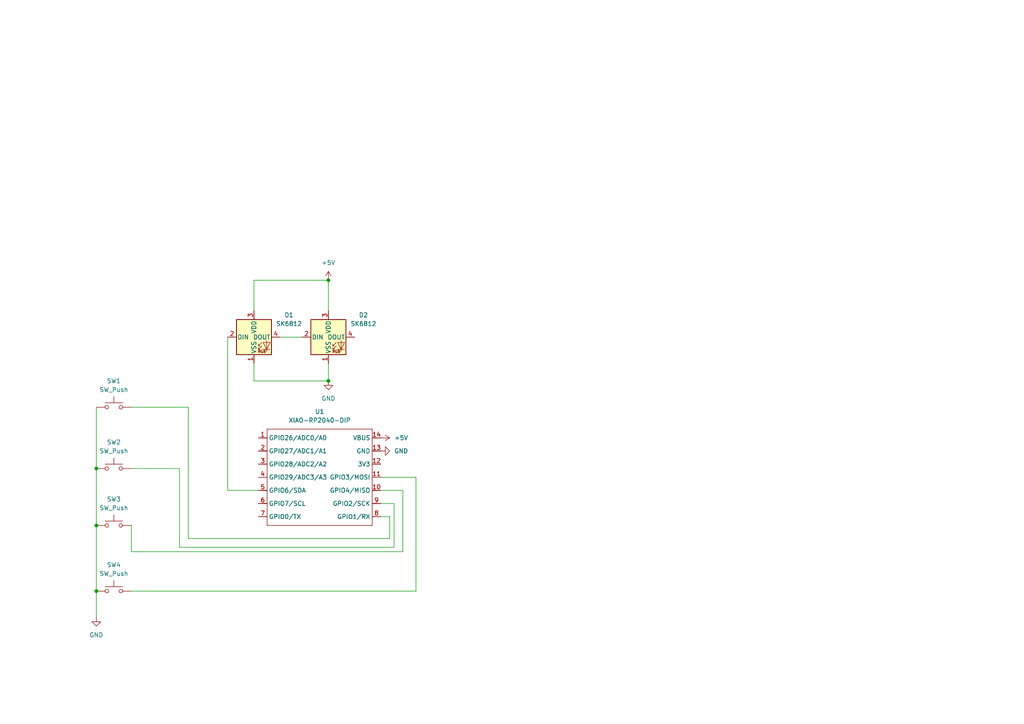
<source format=kicad_sch>
(kicad_sch
	(version 20250114)
	(generator "eeschema")
	(generator_version "9.0")
	(uuid "00af4dd8-348c-4054-8baa-dfc0a5d6fcaa")
	(paper "A4")
	(lib_symbols
		(symbol "LED:SK6812"
			(pin_names
				(offset 0.254)
			)
			(exclude_from_sim no)
			(in_bom yes)
			(on_board yes)
			(property "Reference" "D"
				(at 5.08 5.715 0)
				(effects
					(font
						(size 1.27 1.27)
					)
					(justify right bottom)
				)
			)
			(property "Value" "SK6812"
				(at 1.27 -5.715 0)
				(effects
					(font
						(size 1.27 1.27)
					)
					(justify left top)
				)
			)
			(property "Footprint" "LED_SMD:LED_SK6812_PLCC4_5.0x5.0mm_P3.2mm"
				(at 1.27 -7.62 0)
				(effects
					(font
						(size 1.27 1.27)
					)
					(justify left top)
					(hide yes)
				)
			)
			(property "Datasheet" "https://cdn-shop.adafruit.com/product-files/1138/SK6812+LED+datasheet+.pdf"
				(at 2.54 -9.525 0)
				(effects
					(font
						(size 1.27 1.27)
					)
					(justify left top)
					(hide yes)
				)
			)
			(property "Description" "RGB LED with integrated controller"
				(at 0 0 0)
				(effects
					(font
						(size 1.27 1.27)
					)
					(hide yes)
				)
			)
			(property "ki_keywords" "RGB LED NeoPixel addressable"
				(at 0 0 0)
				(effects
					(font
						(size 1.27 1.27)
					)
					(hide yes)
				)
			)
			(property "ki_fp_filters" "LED*SK6812*PLCC*5.0x5.0mm*P3.2mm*"
				(at 0 0 0)
				(effects
					(font
						(size 1.27 1.27)
					)
					(hide yes)
				)
			)
			(symbol "SK6812_0_0"
				(text "RGB"
					(at 2.286 -4.191 0)
					(effects
						(font
							(size 0.762 0.762)
						)
					)
				)
			)
			(symbol "SK6812_0_1"
				(polyline
					(pts
						(xy 1.27 -2.54) (xy 1.778 -2.54)
					)
					(stroke
						(width 0)
						(type default)
					)
					(fill
						(type none)
					)
				)
				(polyline
					(pts
						(xy 1.27 -3.556) (xy 1.778 -3.556)
					)
					(stroke
						(width 0)
						(type default)
					)
					(fill
						(type none)
					)
				)
				(polyline
					(pts
						(xy 2.286 -1.524) (xy 1.27 -2.54) (xy 1.27 -2.032)
					)
					(stroke
						(width 0)
						(type default)
					)
					(fill
						(type none)
					)
				)
				(polyline
					(pts
						(xy 2.286 -2.54) (xy 1.27 -3.556) (xy 1.27 -3.048)
					)
					(stroke
						(width 0)
						(type default)
					)
					(fill
						(type none)
					)
				)
				(polyline
					(pts
						(xy 3.683 -1.016) (xy 3.683 -3.556) (xy 3.683 -4.064)
					)
					(stroke
						(width 0)
						(type default)
					)
					(fill
						(type none)
					)
				)
				(polyline
					(pts
						(xy 4.699 -1.524) (xy 2.667 -1.524) (xy 3.683 -3.556) (xy 4.699 -1.524)
					)
					(stroke
						(width 0)
						(type default)
					)
					(fill
						(type none)
					)
				)
				(polyline
					(pts
						(xy 4.699 -3.556) (xy 2.667 -3.556)
					)
					(stroke
						(width 0)
						(type default)
					)
					(fill
						(type none)
					)
				)
				(rectangle
					(start 5.08 5.08)
					(end -5.08 -5.08)
					(stroke
						(width 0.254)
						(type default)
					)
					(fill
						(type background)
					)
				)
			)
			(symbol "SK6812_1_1"
				(pin input line
					(at -7.62 0 0)
					(length 2.54)
					(name "DIN"
						(effects
							(font
								(size 1.27 1.27)
							)
						)
					)
					(number "2"
						(effects
							(font
								(size 1.27 1.27)
							)
						)
					)
				)
				(pin power_in line
					(at 0 7.62 270)
					(length 2.54)
					(name "VDD"
						(effects
							(font
								(size 1.27 1.27)
							)
						)
					)
					(number "3"
						(effects
							(font
								(size 1.27 1.27)
							)
						)
					)
				)
				(pin power_in line
					(at 0 -7.62 90)
					(length 2.54)
					(name "VSS"
						(effects
							(font
								(size 1.27 1.27)
							)
						)
					)
					(number "1"
						(effects
							(font
								(size 1.27 1.27)
							)
						)
					)
				)
				(pin output line
					(at 7.62 0 180)
					(length 2.54)
					(name "DOUT"
						(effects
							(font
								(size 1.27 1.27)
							)
						)
					)
					(number "4"
						(effects
							(font
								(size 1.27 1.27)
							)
						)
					)
				)
			)
			(embedded_fonts no)
		)
		(symbol "OPL Library:XIAO-RP2040-DIP"
			(exclude_from_sim no)
			(in_bom yes)
			(on_board yes)
			(property "Reference" "U"
				(at 0 0 0)
				(effects
					(font
						(size 1.27 1.27)
					)
				)
			)
			(property "Value" "XIAO-RP2040-DIP"
				(at 5.334 -1.778 0)
				(effects
					(font
						(size 1.27 1.27)
					)
				)
			)
			(property "Footprint" "Module:MOUDLE14P-XIAO-DIP-SMD"
				(at 14.478 -32.258 0)
				(effects
					(font
						(size 1.27 1.27)
					)
					(hide yes)
				)
			)
			(property "Datasheet" ""
				(at 0 0 0)
				(effects
					(font
						(size 1.27 1.27)
					)
					(hide yes)
				)
			)
			(property "Description" ""
				(at 0 0 0)
				(effects
					(font
						(size 1.27 1.27)
					)
					(hide yes)
				)
			)
			(symbol "XIAO-RP2040-DIP_1_0"
				(polyline
					(pts
						(xy -1.27 -2.54) (xy 29.21 -2.54)
					)
					(stroke
						(width 0.1524)
						(type solid)
					)
					(fill
						(type none)
					)
				)
				(polyline
					(pts
						(xy -1.27 -5.08) (xy -2.54 -5.08)
					)
					(stroke
						(width 0.1524)
						(type solid)
					)
					(fill
						(type none)
					)
				)
				(polyline
					(pts
						(xy -1.27 -5.08) (xy -1.27 -2.54)
					)
					(stroke
						(width 0.1524)
						(type solid)
					)
					(fill
						(type none)
					)
				)
				(polyline
					(pts
						(xy -1.27 -8.89) (xy -2.54 -8.89)
					)
					(stroke
						(width 0.1524)
						(type solid)
					)
					(fill
						(type none)
					)
				)
				(polyline
					(pts
						(xy -1.27 -8.89) (xy -1.27 -5.08)
					)
					(stroke
						(width 0.1524)
						(type solid)
					)
					(fill
						(type none)
					)
				)
				(polyline
					(pts
						(xy -1.27 -12.7) (xy -2.54 -12.7)
					)
					(stroke
						(width 0.1524)
						(type solid)
					)
					(fill
						(type none)
					)
				)
				(polyline
					(pts
						(xy -1.27 -12.7) (xy -1.27 -8.89)
					)
					(stroke
						(width 0.1524)
						(type solid)
					)
					(fill
						(type none)
					)
				)
				(polyline
					(pts
						(xy -1.27 -16.51) (xy -2.54 -16.51)
					)
					(stroke
						(width 0.1524)
						(type solid)
					)
					(fill
						(type none)
					)
				)
				(polyline
					(pts
						(xy -1.27 -16.51) (xy -1.27 -12.7)
					)
					(stroke
						(width 0.1524)
						(type solid)
					)
					(fill
						(type none)
					)
				)
				(polyline
					(pts
						(xy -1.27 -20.32) (xy -2.54 -20.32)
					)
					(stroke
						(width 0.1524)
						(type solid)
					)
					(fill
						(type none)
					)
				)
				(polyline
					(pts
						(xy -1.27 -24.13) (xy -2.54 -24.13)
					)
					(stroke
						(width 0.1524)
						(type solid)
					)
					(fill
						(type none)
					)
				)
				(polyline
					(pts
						(xy -1.27 -27.94) (xy -2.54 -27.94)
					)
					(stroke
						(width 0.1524)
						(type solid)
					)
					(fill
						(type none)
					)
				)
				(polyline
					(pts
						(xy -1.27 -30.48) (xy -1.27 -16.51)
					)
					(stroke
						(width 0.1524)
						(type solid)
					)
					(fill
						(type none)
					)
				)
				(polyline
					(pts
						(xy 29.21 -2.54) (xy 29.21 -5.08)
					)
					(stroke
						(width 0.1524)
						(type solid)
					)
					(fill
						(type none)
					)
				)
				(polyline
					(pts
						(xy 29.21 -5.08) (xy 29.21 -8.89)
					)
					(stroke
						(width 0.1524)
						(type solid)
					)
					(fill
						(type none)
					)
				)
				(polyline
					(pts
						(xy 29.21 -8.89) (xy 29.21 -12.7)
					)
					(stroke
						(width 0.1524)
						(type solid)
					)
					(fill
						(type none)
					)
				)
				(polyline
					(pts
						(xy 29.21 -12.7) (xy 29.21 -30.48)
					)
					(stroke
						(width 0.1524)
						(type solid)
					)
					(fill
						(type none)
					)
				)
				(polyline
					(pts
						(xy 29.21 -30.48) (xy -1.27 -30.48)
					)
					(stroke
						(width 0.1524)
						(type solid)
					)
					(fill
						(type none)
					)
				)
				(polyline
					(pts
						(xy 30.48 -5.08) (xy 29.21 -5.08)
					)
					(stroke
						(width 0.1524)
						(type solid)
					)
					(fill
						(type none)
					)
				)
				(polyline
					(pts
						(xy 30.48 -8.89) (xy 29.21 -8.89)
					)
					(stroke
						(width 0.1524)
						(type solid)
					)
					(fill
						(type none)
					)
				)
				(polyline
					(pts
						(xy 30.48 -12.7) (xy 29.21 -12.7)
					)
					(stroke
						(width 0.1524)
						(type solid)
					)
					(fill
						(type none)
					)
				)
				(polyline
					(pts
						(xy 30.48 -16.51) (xy 29.21 -16.51)
					)
					(stroke
						(width 0.1524)
						(type solid)
					)
					(fill
						(type none)
					)
				)
				(polyline
					(pts
						(xy 30.48 -20.32) (xy 29.21 -20.32)
					)
					(stroke
						(width 0.1524)
						(type solid)
					)
					(fill
						(type none)
					)
				)
				(polyline
					(pts
						(xy 30.48 -24.13) (xy 29.21 -24.13)
					)
					(stroke
						(width 0.1524)
						(type solid)
					)
					(fill
						(type none)
					)
				)
				(polyline
					(pts
						(xy 30.48 -27.94) (xy 29.21 -27.94)
					)
					(stroke
						(width 0.1524)
						(type solid)
					)
					(fill
						(type none)
					)
				)
				(pin passive line
					(at -3.81 -5.08 0)
					(length 2.54)
					(name "GPIO26/ADC0/A0"
						(effects
							(font
								(size 1.27 1.27)
							)
						)
					)
					(number "1"
						(effects
							(font
								(size 1.27 1.27)
							)
						)
					)
				)
				(pin passive line
					(at -3.81 -8.89 0)
					(length 2.54)
					(name "GPIO27/ADC1/A1"
						(effects
							(font
								(size 1.27 1.27)
							)
						)
					)
					(number "2"
						(effects
							(font
								(size 1.27 1.27)
							)
						)
					)
				)
				(pin passive line
					(at -3.81 -12.7 0)
					(length 2.54)
					(name "GPIO28/ADC2/A2"
						(effects
							(font
								(size 1.27 1.27)
							)
						)
					)
					(number "3"
						(effects
							(font
								(size 1.27 1.27)
							)
						)
					)
				)
				(pin passive line
					(at -3.81 -16.51 0)
					(length 2.54)
					(name "GPIO29/ADC3/A3"
						(effects
							(font
								(size 1.27 1.27)
							)
						)
					)
					(number "4"
						(effects
							(font
								(size 1.27 1.27)
							)
						)
					)
				)
				(pin passive line
					(at -3.81 -20.32 0)
					(length 2.54)
					(name "GPIO6/SDA"
						(effects
							(font
								(size 1.27 1.27)
							)
						)
					)
					(number "5"
						(effects
							(font
								(size 1.27 1.27)
							)
						)
					)
				)
				(pin passive line
					(at -3.81 -24.13 0)
					(length 2.54)
					(name "GPIO7/SCL"
						(effects
							(font
								(size 1.27 1.27)
							)
						)
					)
					(number "6"
						(effects
							(font
								(size 1.27 1.27)
							)
						)
					)
				)
				(pin passive line
					(at -3.81 -27.94 0)
					(length 2.54)
					(name "GPIO0/TX"
						(effects
							(font
								(size 1.27 1.27)
							)
						)
					)
					(number "7"
						(effects
							(font
								(size 1.27 1.27)
							)
						)
					)
				)
				(pin passive line
					(at 31.75 -5.08 180)
					(length 2.54)
					(name "VBUS"
						(effects
							(font
								(size 1.27 1.27)
							)
						)
					)
					(number "14"
						(effects
							(font
								(size 1.27 1.27)
							)
						)
					)
				)
				(pin passive line
					(at 31.75 -8.89 180)
					(length 2.54)
					(name "GND"
						(effects
							(font
								(size 1.27 1.27)
							)
						)
					)
					(number "13"
						(effects
							(font
								(size 1.27 1.27)
							)
						)
					)
				)
				(pin passive line
					(at 31.75 -12.7 180)
					(length 2.54)
					(name "3V3"
						(effects
							(font
								(size 1.27 1.27)
							)
						)
					)
					(number "12"
						(effects
							(font
								(size 1.27 1.27)
							)
						)
					)
				)
				(pin passive line
					(at 31.75 -16.51 180)
					(length 2.54)
					(name "GPIO3/MOSI"
						(effects
							(font
								(size 1.27 1.27)
							)
						)
					)
					(number "11"
						(effects
							(font
								(size 1.27 1.27)
							)
						)
					)
				)
				(pin passive line
					(at 31.75 -20.32 180)
					(length 2.54)
					(name "GPIO4/MISO"
						(effects
							(font
								(size 1.27 1.27)
							)
						)
					)
					(number "10"
						(effects
							(font
								(size 1.27 1.27)
							)
						)
					)
				)
				(pin passive line
					(at 31.75 -24.13 180)
					(length 2.54)
					(name "GPIO2/SCK"
						(effects
							(font
								(size 1.27 1.27)
							)
						)
					)
					(number "9"
						(effects
							(font
								(size 1.27 1.27)
							)
						)
					)
				)
				(pin passive line
					(at 31.75 -27.94 180)
					(length 2.54)
					(name "GPIO1/RX"
						(effects
							(font
								(size 1.27 1.27)
							)
						)
					)
					(number "8"
						(effects
							(font
								(size 1.27 1.27)
							)
						)
					)
				)
			)
			(embedded_fonts no)
		)
		(symbol "Switch:SW_Push"
			(pin_numbers
				(hide yes)
			)
			(pin_names
				(offset 1.016)
				(hide yes)
			)
			(exclude_from_sim no)
			(in_bom yes)
			(on_board yes)
			(property "Reference" "SW"
				(at 1.27 2.54 0)
				(effects
					(font
						(size 1.27 1.27)
					)
					(justify left)
				)
			)
			(property "Value" "SW_Push"
				(at 0 -1.524 0)
				(effects
					(font
						(size 1.27 1.27)
					)
				)
			)
			(property "Footprint" ""
				(at 0 5.08 0)
				(effects
					(font
						(size 1.27 1.27)
					)
					(hide yes)
				)
			)
			(property "Datasheet" "~"
				(at 0 5.08 0)
				(effects
					(font
						(size 1.27 1.27)
					)
					(hide yes)
				)
			)
			(property "Description" "Push button switch, generic, two pins"
				(at 0 0 0)
				(effects
					(font
						(size 1.27 1.27)
					)
					(hide yes)
				)
			)
			(property "ki_keywords" "switch normally-open pushbutton push-button"
				(at 0 0 0)
				(effects
					(font
						(size 1.27 1.27)
					)
					(hide yes)
				)
			)
			(symbol "SW_Push_0_1"
				(circle
					(center -2.032 0)
					(radius 0.508)
					(stroke
						(width 0)
						(type default)
					)
					(fill
						(type none)
					)
				)
				(polyline
					(pts
						(xy 0 1.27) (xy 0 3.048)
					)
					(stroke
						(width 0)
						(type default)
					)
					(fill
						(type none)
					)
				)
				(circle
					(center 2.032 0)
					(radius 0.508)
					(stroke
						(width 0)
						(type default)
					)
					(fill
						(type none)
					)
				)
				(polyline
					(pts
						(xy 2.54 1.27) (xy -2.54 1.27)
					)
					(stroke
						(width 0)
						(type default)
					)
					(fill
						(type none)
					)
				)
				(pin passive line
					(at -5.08 0 0)
					(length 2.54)
					(name "1"
						(effects
							(font
								(size 1.27 1.27)
							)
						)
					)
					(number "1"
						(effects
							(font
								(size 1.27 1.27)
							)
						)
					)
				)
				(pin passive line
					(at 5.08 0 180)
					(length 2.54)
					(name "2"
						(effects
							(font
								(size 1.27 1.27)
							)
						)
					)
					(number "2"
						(effects
							(font
								(size 1.27 1.27)
							)
						)
					)
				)
			)
			(embedded_fonts no)
		)
		(symbol "power:+5V"
			(power)
			(pin_numbers
				(hide yes)
			)
			(pin_names
				(offset 0)
				(hide yes)
			)
			(exclude_from_sim no)
			(in_bom yes)
			(on_board yes)
			(property "Reference" "#PWR"
				(at 0 -3.81 0)
				(effects
					(font
						(size 1.27 1.27)
					)
					(hide yes)
				)
			)
			(property "Value" "+5V"
				(at 0 3.556 0)
				(effects
					(font
						(size 1.27 1.27)
					)
				)
			)
			(property "Footprint" ""
				(at 0 0 0)
				(effects
					(font
						(size 1.27 1.27)
					)
					(hide yes)
				)
			)
			(property "Datasheet" ""
				(at 0 0 0)
				(effects
					(font
						(size 1.27 1.27)
					)
					(hide yes)
				)
			)
			(property "Description" "Power symbol creates a global label with name \"+5V\""
				(at 0 0 0)
				(effects
					(font
						(size 1.27 1.27)
					)
					(hide yes)
				)
			)
			(property "ki_keywords" "global power"
				(at 0 0 0)
				(effects
					(font
						(size 1.27 1.27)
					)
					(hide yes)
				)
			)
			(symbol "+5V_0_1"
				(polyline
					(pts
						(xy -0.762 1.27) (xy 0 2.54)
					)
					(stroke
						(width 0)
						(type default)
					)
					(fill
						(type none)
					)
				)
				(polyline
					(pts
						(xy 0 2.54) (xy 0.762 1.27)
					)
					(stroke
						(width 0)
						(type default)
					)
					(fill
						(type none)
					)
				)
				(polyline
					(pts
						(xy 0 0) (xy 0 2.54)
					)
					(stroke
						(width 0)
						(type default)
					)
					(fill
						(type none)
					)
				)
			)
			(symbol "+5V_1_1"
				(pin power_in line
					(at 0 0 90)
					(length 0)
					(name "~"
						(effects
							(font
								(size 1.27 1.27)
							)
						)
					)
					(number "1"
						(effects
							(font
								(size 1.27 1.27)
							)
						)
					)
				)
			)
			(embedded_fonts no)
		)
		(symbol "power:GND"
			(power)
			(pin_numbers
				(hide yes)
			)
			(pin_names
				(offset 0)
				(hide yes)
			)
			(exclude_from_sim no)
			(in_bom yes)
			(on_board yes)
			(property "Reference" "#PWR"
				(at 0 -6.35 0)
				(effects
					(font
						(size 1.27 1.27)
					)
					(hide yes)
				)
			)
			(property "Value" "GND"
				(at 0 -3.81 0)
				(effects
					(font
						(size 1.27 1.27)
					)
				)
			)
			(property "Footprint" ""
				(at 0 0 0)
				(effects
					(font
						(size 1.27 1.27)
					)
					(hide yes)
				)
			)
			(property "Datasheet" ""
				(at 0 0 0)
				(effects
					(font
						(size 1.27 1.27)
					)
					(hide yes)
				)
			)
			(property "Description" "Power symbol creates a global label with name \"GND\" , ground"
				(at 0 0 0)
				(effects
					(font
						(size 1.27 1.27)
					)
					(hide yes)
				)
			)
			(property "ki_keywords" "global power"
				(at 0 0 0)
				(effects
					(font
						(size 1.27 1.27)
					)
					(hide yes)
				)
			)
			(symbol "GND_0_1"
				(polyline
					(pts
						(xy 0 0) (xy 0 -1.27) (xy 1.27 -1.27) (xy 0 -2.54) (xy -1.27 -1.27) (xy 0 -1.27)
					)
					(stroke
						(width 0)
						(type default)
					)
					(fill
						(type none)
					)
				)
			)
			(symbol "GND_1_1"
				(pin power_in line
					(at 0 0 270)
					(length 0)
					(name "~"
						(effects
							(font
								(size 1.27 1.27)
							)
						)
					)
					(number "1"
						(effects
							(font
								(size 1.27 1.27)
							)
						)
					)
				)
			)
			(embedded_fonts no)
		)
	)
	(junction
		(at 95.25 110.49)
		(diameter 0)
		(color 0 0 0 0)
		(uuid "2764908f-8694-4f81-8d31-09768a0e0958")
	)
	(junction
		(at 27.94 135.89)
		(diameter 0)
		(color 0 0 0 0)
		(uuid "44f80deb-4945-4917-92d4-fa94701a6846")
	)
	(junction
		(at 95.25 81.28)
		(diameter 0)
		(color 0 0 0 0)
		(uuid "52e4d2a4-d18c-464b-b530-7379f695fb73")
	)
	(junction
		(at 27.94 171.45)
		(diameter 0)
		(color 0 0 0 0)
		(uuid "66cc1d47-fd5a-42a4-bcb7-0affbf52d6b1")
	)
	(junction
		(at 27.94 152.4)
		(diameter 0)
		(color 0 0 0 0)
		(uuid "842b8187-41cf-4548-9336-69223ff0e255")
	)
	(wire
		(pts
			(xy 38.1 171.45) (xy 120.65 171.45)
		)
		(stroke
			(width 0)
			(type default)
		)
		(uuid "09516751-e4e9-4ef3-9439-ee51f85c7991")
	)
	(wire
		(pts
			(xy 95.25 81.28) (xy 95.25 90.17)
		)
		(stroke
			(width 0)
			(type default)
		)
		(uuid "0b6ed53a-a603-43cc-91bd-da675cac1195")
	)
	(wire
		(pts
			(xy 116.84 142.24) (xy 110.49 142.24)
		)
		(stroke
			(width 0)
			(type default)
		)
		(uuid "1fb25b77-8ac5-40a8-aa51-80ed33522963")
	)
	(wire
		(pts
			(xy 27.94 135.89) (xy 27.94 152.4)
		)
		(stroke
			(width 0)
			(type default)
		)
		(uuid "2af4b141-0995-4d6d-b95e-455d34b8e26c")
	)
	(wire
		(pts
			(xy 73.66 81.28) (xy 95.25 81.28)
		)
		(stroke
			(width 0)
			(type default)
		)
		(uuid "3baf5f9f-b061-4b28-bdec-123e68ad62d9")
	)
	(wire
		(pts
			(xy 73.66 110.49) (xy 95.25 110.49)
		)
		(stroke
			(width 0)
			(type default)
		)
		(uuid "47a32a48-7c3e-43f9-b534-be9c1e621476")
	)
	(wire
		(pts
			(xy 116.84 160.02) (xy 116.84 142.24)
		)
		(stroke
			(width 0)
			(type default)
		)
		(uuid "5a8cab11-56fd-4881-b577-b6aac7a56b2a")
	)
	(wire
		(pts
			(xy 52.07 135.89) (xy 52.07 158.75)
		)
		(stroke
			(width 0)
			(type default)
		)
		(uuid "60cc6c8a-9c91-41ad-965c-cfc977ec0d8f")
	)
	(wire
		(pts
			(xy 73.66 105.41) (xy 73.66 110.49)
		)
		(stroke
			(width 0)
			(type default)
		)
		(uuid "66d01c8e-b277-4236-9ad1-0ac9c22c0def")
	)
	(wire
		(pts
			(xy 113.03 149.86) (xy 110.49 149.86)
		)
		(stroke
			(width 0)
			(type default)
		)
		(uuid "6867f88f-d441-4cbe-a9c6-b3c53b730ccb")
	)
	(wire
		(pts
			(xy 27.94 118.11) (xy 27.94 135.89)
		)
		(stroke
			(width 0)
			(type default)
		)
		(uuid "693a2983-4f69-464b-adf2-8dc8ec4816f0")
	)
	(wire
		(pts
			(xy 114.3 158.75) (xy 114.3 146.05)
		)
		(stroke
			(width 0)
			(type default)
		)
		(uuid "941ab654-be43-4b2d-9525-238b9f1b5829")
	)
	(wire
		(pts
			(xy 27.94 171.45) (xy 27.94 179.07)
		)
		(stroke
			(width 0)
			(type default)
		)
		(uuid "9aac3df9-dd3e-41b8-a15c-63d2c02e938e")
	)
	(wire
		(pts
			(xy 81.28 97.79) (xy 87.63 97.79)
		)
		(stroke
			(width 0)
			(type default)
		)
		(uuid "9b404266-feeb-4ca7-a685-ae05977a8efd")
	)
	(wire
		(pts
			(xy 38.1 118.11) (xy 54.61 118.11)
		)
		(stroke
			(width 0)
			(type default)
		)
		(uuid "9d9f961d-17bd-4c95-98d7-a9c9d5f2f1ed")
	)
	(wire
		(pts
			(xy 66.04 97.79) (xy 66.04 142.24)
		)
		(stroke
			(width 0)
			(type default)
		)
		(uuid "a051e1ab-4722-41ec-b141-82fe60cae23c")
	)
	(wire
		(pts
			(xy 114.3 146.05) (xy 110.49 146.05)
		)
		(stroke
			(width 0)
			(type default)
		)
		(uuid "a081c269-afd5-49cc-90cb-2fb4e162abbb")
	)
	(wire
		(pts
			(xy 120.65 138.43) (xy 110.49 138.43)
		)
		(stroke
			(width 0)
			(type default)
		)
		(uuid "a08735e3-7661-46ed-adac-a6a6df95a780")
	)
	(wire
		(pts
			(xy 54.61 118.11) (xy 54.61 156.21)
		)
		(stroke
			(width 0)
			(type default)
		)
		(uuid "a672fd1f-d52c-4c61-93d2-05263f7753cf")
	)
	(wire
		(pts
			(xy 113.03 156.21) (xy 113.03 149.86)
		)
		(stroke
			(width 0)
			(type default)
		)
		(uuid "abf8651a-b4f5-452d-bd5b-207d7f81fd9c")
	)
	(wire
		(pts
			(xy 73.66 90.17) (xy 73.66 81.28)
		)
		(stroke
			(width 0)
			(type default)
		)
		(uuid "b28bac3b-1c26-4309-9d6c-2ad5af43b93c")
	)
	(wire
		(pts
			(xy 54.61 156.21) (xy 113.03 156.21)
		)
		(stroke
			(width 0)
			(type default)
		)
		(uuid "bc544b66-449e-4776-b8d2-bc514fb77473")
	)
	(wire
		(pts
			(xy 27.94 152.4) (xy 27.94 171.45)
		)
		(stroke
			(width 0)
			(type default)
		)
		(uuid "c5572836-3242-4802-8970-620044a9add2")
	)
	(wire
		(pts
			(xy 66.04 142.24) (xy 74.93 142.24)
		)
		(stroke
			(width 0)
			(type default)
		)
		(uuid "c63053f1-164d-4eb0-9cb5-fc3f16e20dcf")
	)
	(wire
		(pts
			(xy 38.1 135.89) (xy 52.07 135.89)
		)
		(stroke
			(width 0)
			(type default)
		)
		(uuid "d0870610-4b08-4f0a-8cf2-8adeed791336")
	)
	(wire
		(pts
			(xy 95.25 105.41) (xy 95.25 110.49)
		)
		(stroke
			(width 0)
			(type default)
		)
		(uuid "d19b0239-44a4-4f75-9a13-a8c0e7ed8626")
	)
	(wire
		(pts
			(xy 52.07 158.75) (xy 114.3 158.75)
		)
		(stroke
			(width 0)
			(type default)
		)
		(uuid "d6afbeee-f529-44f5-aaef-157862c802ef")
	)
	(wire
		(pts
			(xy 120.65 171.45) (xy 120.65 138.43)
		)
		(stroke
			(width 0)
			(type default)
		)
		(uuid "ef2f033a-ef3b-42b4-b843-b40ce52a3c83")
	)
	(wire
		(pts
			(xy 38.1 160.02) (xy 116.84 160.02)
		)
		(stroke
			(width 0)
			(type default)
		)
		(uuid "f719ce0f-8047-4384-828a-1029e4b1856c")
	)
	(wire
		(pts
			(xy 38.1 152.4) (xy 38.1 160.02)
		)
		(stroke
			(width 0)
			(type default)
		)
		(uuid "ffb62417-a3ae-47ec-ad4f-b812983d775f")
	)
	(symbol
		(lib_id "LED:SK6812")
		(at 95.25 97.79 0)
		(unit 1)
		(exclude_from_sim no)
		(in_bom yes)
		(on_board yes)
		(dnp no)
		(fields_autoplaced yes)
		(uuid "0fad8b87-ed57-459e-8e4f-078379efb466")
		(property "Reference" "D2"
			(at 105.41 91.3698 0)
			(effects
				(font
					(size 1.27 1.27)
				)
			)
		)
		(property "Value" "SK6812"
			(at 105.41 93.9098 0)
			(effects
				(font
					(size 1.27 1.27)
				)
			)
		)
		(property "Footprint" "LED_SMD:LED_SK6812MINI_PLCC4_3.5x3.5mm_P1.75mm"
			(at 96.52 105.41 0)
			(effects
				(font
					(size 1.27 1.27)
				)
				(justify left top)
				(hide yes)
			)
		)
		(property "Datasheet" "https://cdn-shop.adafruit.com/product-files/1138/SK6812+LED+datasheet+.pdf"
			(at 97.79 107.315 0)
			(effects
				(font
					(size 1.27 1.27)
				)
				(justify left top)
				(hide yes)
			)
		)
		(property "Description" "RGB LED with integrated controller"
			(at 95.25 97.79 0)
			(effects
				(font
					(size 1.27 1.27)
				)
				(hide yes)
			)
		)
		(pin "2"
			(uuid "1b959d72-4251-44d3-a1bf-db6c1f6fa078")
		)
		(pin "3"
			(uuid "dd2c2534-369e-4e81-bda1-83fd7992080a")
		)
		(pin "4"
			(uuid "59b3e873-a9b2-43bf-a307-5af0e66c71c0")
		)
		(pin "1"
			(uuid "8a1c6cae-6732-4409-beae-93f5e027f6a1")
		)
		(instances
			(project ""
				(path "/00af4dd8-348c-4054-8baa-dfc0a5d6fcaa"
					(reference "D2")
					(unit 1)
				)
			)
		)
	)
	(symbol
		(lib_id "Switch:SW_Push")
		(at 33.02 118.11 0)
		(unit 1)
		(exclude_from_sim no)
		(in_bom yes)
		(on_board yes)
		(dnp no)
		(fields_autoplaced yes)
		(uuid "25be5fac-3d56-4eeb-860e-6ffc9c57b3ac")
		(property "Reference" "SW1"
			(at 33.02 110.49 0)
			(effects
				(font
					(size 1.27 1.27)
				)
			)
		)
		(property "Value" "SW_Push"
			(at 33.02 113.03 0)
			(effects
				(font
					(size 1.27 1.27)
				)
			)
		)
		(property "Footprint" "Button_Switch_Keyboard:SW_Cherry_MX_1.00u_PCB"
			(at 33.02 113.03 0)
			(effects
				(font
					(size 1.27 1.27)
				)
				(hide yes)
			)
		)
		(property "Datasheet" "~"
			(at 33.02 113.03 0)
			(effects
				(font
					(size 1.27 1.27)
				)
				(hide yes)
			)
		)
		(property "Description" "Push button switch, generic, two pins"
			(at 33.02 118.11 0)
			(effects
				(font
					(size 1.27 1.27)
				)
				(hide yes)
			)
		)
		(pin "2"
			(uuid "746c2a2c-c41e-46cd-a8ad-ff4ceff0b6b6")
		)
		(pin "1"
			(uuid "0a2b6b71-c463-426e-a27a-16e7af869bf2")
		)
		(instances
			(project ""
				(path "/00af4dd8-348c-4054-8baa-dfc0a5d6fcaa"
					(reference "SW1")
					(unit 1)
				)
			)
		)
	)
	(symbol
		(lib_id "Switch:SW_Push")
		(at 33.02 135.89 0)
		(unit 1)
		(exclude_from_sim no)
		(in_bom yes)
		(on_board yes)
		(dnp no)
		(fields_autoplaced yes)
		(uuid "67c289f7-8b1b-45f8-87ac-38bc2bf4d80f")
		(property "Reference" "SW2"
			(at 33.02 128.27 0)
			(effects
				(font
					(size 1.27 1.27)
				)
			)
		)
		(property "Value" "SW_Push"
			(at 33.02 130.81 0)
			(effects
				(font
					(size 1.27 1.27)
				)
			)
		)
		(property "Footprint" "Button_Switch_Keyboard:SW_Cherry_MX_1.00u_PCB"
			(at 33.02 130.81 0)
			(effects
				(font
					(size 1.27 1.27)
				)
				(hide yes)
			)
		)
		(property "Datasheet" "~"
			(at 33.02 130.81 0)
			(effects
				(font
					(size 1.27 1.27)
				)
				(hide yes)
			)
		)
		(property "Description" "Push button switch, generic, two pins"
			(at 33.02 135.89 0)
			(effects
				(font
					(size 1.27 1.27)
				)
				(hide yes)
			)
		)
		(pin "1"
			(uuid "8ef53c13-f11b-453f-8266-f68b682f65d7")
		)
		(pin "2"
			(uuid "df9e9f01-ded7-4108-84b0-9a22a71a9a9b")
		)
		(instances
			(project ""
				(path "/00af4dd8-348c-4054-8baa-dfc0a5d6fcaa"
					(reference "SW2")
					(unit 1)
				)
			)
		)
	)
	(symbol
		(lib_id "OPL Library:XIAO-RP2040-DIP")
		(at 78.74 121.92 0)
		(unit 1)
		(exclude_from_sim no)
		(in_bom yes)
		(on_board yes)
		(dnp no)
		(fields_autoplaced yes)
		(uuid "6fd1cbd4-4bbf-4ee4-81ad-70ff44cd340d")
		(property "Reference" "U1"
			(at 92.71 119.38 0)
			(effects
				(font
					(size 1.27 1.27)
				)
			)
		)
		(property "Value" "XIAO-RP2040-DIP"
			(at 92.71 121.92 0)
			(effects
				(font
					(size 1.27 1.27)
				)
			)
		)
		(property "Footprint" "OPL Library:XIAO-RP2040-DIP"
			(at 93.218 154.178 0)
			(effects
				(font
					(size 1.27 1.27)
				)
				(hide yes)
			)
		)
		(property "Datasheet" ""
			(at 78.74 121.92 0)
			(effects
				(font
					(size 1.27 1.27)
				)
				(hide yes)
			)
		)
		(property "Description" ""
			(at 78.74 121.92 0)
			(effects
				(font
					(size 1.27 1.27)
				)
				(hide yes)
			)
		)
		(pin "9"
			(uuid "27602b62-8eca-4bdb-b8bc-ea806f2aff5b")
		)
		(pin "8"
			(uuid "07875366-3083-4aee-8b38-56dcc34b6727")
		)
		(pin "10"
			(uuid "49f36921-9b78-477a-b32a-760cbd600c23")
		)
		(pin "3"
			(uuid "eaba9fd8-5f1f-4b0c-bf53-6d60e439c2ab")
		)
		(pin "2"
			(uuid "8b6995bb-972d-429c-a7ca-0f9b5afd051f")
		)
		(pin "4"
			(uuid "bcd46a4f-a381-473b-a5b9-1dc7ad18ae86")
		)
		(pin "6"
			(uuid "40c54341-302d-430b-819e-6d1959d08594")
		)
		(pin "7"
			(uuid "b10b2f49-ba87-4505-b45e-180d74375252")
		)
		(pin "13"
			(uuid "7d74e335-3715-4a6e-99b5-726ec07f82cc")
		)
		(pin "5"
			(uuid "18099e5e-e500-4efa-8d95-d9b164a58d13")
		)
		(pin "14"
			(uuid "db5041ea-9064-4c2e-bea0-7c9ac9869615")
		)
		(pin "12"
			(uuid "22c23703-12df-438a-b546-df28f2c2dcca")
		)
		(pin "1"
			(uuid "552c6852-70a1-402a-9194-bb66d5ddb3c0")
		)
		(pin "11"
			(uuid "0350aba6-e286-42ca-afaa-8b0ef03e2e9a")
		)
		(instances
			(project ""
				(path "/00af4dd8-348c-4054-8baa-dfc0a5d6fcaa"
					(reference "U1")
					(unit 1)
				)
			)
		)
	)
	(symbol
		(lib_id "LED:SK6812")
		(at 73.66 97.79 0)
		(unit 1)
		(exclude_from_sim no)
		(in_bom yes)
		(on_board yes)
		(dnp no)
		(fields_autoplaced yes)
		(uuid "80fcb2c8-9a15-4191-8519-1a3f2e11eda7")
		(property "Reference" "D1"
			(at 83.82 91.3698 0)
			(effects
				(font
					(size 1.27 1.27)
				)
			)
		)
		(property "Value" "SK6812"
			(at 83.82 93.9098 0)
			(effects
				(font
					(size 1.27 1.27)
				)
			)
		)
		(property "Footprint" "LED_SMD:LED_SK6812MINI_PLCC4_3.5x3.5mm_P1.75mm"
			(at 74.93 105.41 0)
			(effects
				(font
					(size 1.27 1.27)
				)
				(justify left top)
				(hide yes)
			)
		)
		(property "Datasheet" "https://cdn-shop.adafruit.com/product-files/1138/SK6812+LED+datasheet+.pdf"
			(at 76.2 107.315 0)
			(effects
				(font
					(size 1.27 1.27)
				)
				(justify left top)
				(hide yes)
			)
		)
		(property "Description" "RGB LED with integrated controller"
			(at 73.66 97.79 0)
			(effects
				(font
					(size 1.27 1.27)
				)
				(hide yes)
			)
		)
		(pin "1"
			(uuid "f0394445-5371-4561-afb5-5ce6db98e7bb")
		)
		(pin "2"
			(uuid "87f47482-5a1c-40cd-8899-d0b100b503ad")
		)
		(pin "4"
			(uuid "d4ee93de-d1aa-4f23-b0b9-cf0ef163bdda")
		)
		(pin "3"
			(uuid "8a78ab23-1543-4e7b-84ca-ca34587db0fd")
		)
		(instances
			(project ""
				(path "/00af4dd8-348c-4054-8baa-dfc0a5d6fcaa"
					(reference "D1")
					(unit 1)
				)
			)
		)
	)
	(symbol
		(lib_id "Switch:SW_Push")
		(at 33.02 152.4 0)
		(unit 1)
		(exclude_from_sim no)
		(in_bom yes)
		(on_board yes)
		(dnp no)
		(fields_autoplaced yes)
		(uuid "b111c4f9-2c21-4165-8acb-b80943d7549e")
		(property "Reference" "SW3"
			(at 33.02 144.78 0)
			(effects
				(font
					(size 1.27 1.27)
				)
			)
		)
		(property "Value" "SW_Push"
			(at 33.02 147.32 0)
			(effects
				(font
					(size 1.27 1.27)
				)
			)
		)
		(property "Footprint" "Button_Switch_Keyboard:SW_Cherry_MX_1.00u_PCB"
			(at 33.02 147.32 0)
			(effects
				(font
					(size 1.27 1.27)
				)
				(hide yes)
			)
		)
		(property "Datasheet" "~"
			(at 33.02 147.32 0)
			(effects
				(font
					(size 1.27 1.27)
				)
				(hide yes)
			)
		)
		(property "Description" "Push button switch, generic, two pins"
			(at 33.02 152.4 0)
			(effects
				(font
					(size 1.27 1.27)
				)
				(hide yes)
			)
		)
		(pin "1"
			(uuid "1b25bc81-4795-4a87-b929-5630313b05f5")
		)
		(pin "2"
			(uuid "1a4a872e-ce72-45e0-b716-13c9a7816fe9")
		)
		(instances
			(project ""
				(path "/00af4dd8-348c-4054-8baa-dfc0a5d6fcaa"
					(reference "SW3")
					(unit 1)
				)
			)
		)
	)
	(symbol
		(lib_id "power:+5V")
		(at 95.25 81.28 0)
		(unit 1)
		(exclude_from_sim no)
		(in_bom yes)
		(on_board yes)
		(dnp no)
		(fields_autoplaced yes)
		(uuid "b3f272d3-88d2-4e27-bfb9-cd53e3f66dbc")
		(property "Reference" "#PWR01"
			(at 95.25 85.09 0)
			(effects
				(font
					(size 1.27 1.27)
				)
				(hide yes)
			)
		)
		(property "Value" "+5V"
			(at 95.25 76.2 0)
			(effects
				(font
					(size 1.27 1.27)
				)
			)
		)
		(property "Footprint" ""
			(at 95.25 81.28 0)
			(effects
				(font
					(size 1.27 1.27)
				)
				(hide yes)
			)
		)
		(property "Datasheet" ""
			(at 95.25 81.28 0)
			(effects
				(font
					(size 1.27 1.27)
				)
				(hide yes)
			)
		)
		(property "Description" "Power symbol creates a global label with name \"+5V\""
			(at 95.25 81.28 0)
			(effects
				(font
					(size 1.27 1.27)
				)
				(hide yes)
			)
		)
		(pin "1"
			(uuid "8dbdfa6c-6b1a-4937-96af-f7f5a3c304c0")
		)
		(instances
			(project ""
				(path "/00af4dd8-348c-4054-8baa-dfc0a5d6fcaa"
					(reference "#PWR01")
					(unit 1)
				)
			)
		)
	)
	(symbol
		(lib_id "power:GND")
		(at 95.25 110.49 0)
		(unit 1)
		(exclude_from_sim no)
		(in_bom yes)
		(on_board yes)
		(dnp no)
		(fields_autoplaced yes)
		(uuid "bab28b3b-2365-4bbf-bbcc-d6caf74bb20c")
		(property "Reference" "#PWR04"
			(at 95.25 116.84 0)
			(effects
				(font
					(size 1.27 1.27)
				)
				(hide yes)
			)
		)
		(property "Value" "GND"
			(at 95.25 115.57 0)
			(effects
				(font
					(size 1.27 1.27)
				)
			)
		)
		(property "Footprint" ""
			(at 95.25 110.49 0)
			(effects
				(font
					(size 1.27 1.27)
				)
				(hide yes)
			)
		)
		(property "Datasheet" ""
			(at 95.25 110.49 0)
			(effects
				(font
					(size 1.27 1.27)
				)
				(hide yes)
			)
		)
		(property "Description" "Power symbol creates a global label with name \"GND\" , ground"
			(at 95.25 110.49 0)
			(effects
				(font
					(size 1.27 1.27)
				)
				(hide yes)
			)
		)
		(pin "1"
			(uuid "c1b6429b-da9d-48f0-aeec-7f53f097a2f1")
		)
		(instances
			(project ""
				(path "/00af4dd8-348c-4054-8baa-dfc0a5d6fcaa"
					(reference "#PWR04")
					(unit 1)
				)
			)
		)
	)
	(symbol
		(lib_id "power:GND")
		(at 110.49 130.81 90)
		(unit 1)
		(exclude_from_sim no)
		(in_bom yes)
		(on_board yes)
		(dnp no)
		(fields_autoplaced yes)
		(uuid "c0b3c06a-197b-4c2f-9da4-79e836644049")
		(property "Reference" "#PWR03"
			(at 116.84 130.81 0)
			(effects
				(font
					(size 1.27 1.27)
				)
				(hide yes)
			)
		)
		(property "Value" "GND"
			(at 114.3 130.8099 90)
			(effects
				(font
					(size 1.27 1.27)
				)
				(justify right)
			)
		)
		(property "Footprint" ""
			(at 110.49 130.81 0)
			(effects
				(font
					(size 1.27 1.27)
				)
				(hide yes)
			)
		)
		(property "Datasheet" ""
			(at 110.49 130.81 0)
			(effects
				(font
					(size 1.27 1.27)
				)
				(hide yes)
			)
		)
		(property "Description" "Power symbol creates a global label with name \"GND\" , ground"
			(at 110.49 130.81 0)
			(effects
				(font
					(size 1.27 1.27)
				)
				(hide yes)
			)
		)
		(pin "1"
			(uuid "24c6f687-23e6-475e-95f6-80bf92613fb4")
		)
		(instances
			(project ""
				(path "/00af4dd8-348c-4054-8baa-dfc0a5d6fcaa"
					(reference "#PWR03")
					(unit 1)
				)
			)
		)
	)
	(symbol
		(lib_id "power:GND")
		(at 27.94 179.07 0)
		(unit 1)
		(exclude_from_sim no)
		(in_bom yes)
		(on_board yes)
		(dnp no)
		(fields_autoplaced yes)
		(uuid "c8333b5d-a69e-41fc-8881-edcbae484644")
		(property "Reference" "#PWR05"
			(at 27.94 185.42 0)
			(effects
				(font
					(size 1.27 1.27)
				)
				(hide yes)
			)
		)
		(property "Value" "GND"
			(at 27.94 184.15 0)
			(effects
				(font
					(size 1.27 1.27)
				)
			)
		)
		(property "Footprint" ""
			(at 27.94 179.07 0)
			(effects
				(font
					(size 1.27 1.27)
				)
				(hide yes)
			)
		)
		(property "Datasheet" ""
			(at 27.94 179.07 0)
			(effects
				(font
					(size 1.27 1.27)
				)
				(hide yes)
			)
		)
		(property "Description" "Power symbol creates a global label with name \"GND\" , ground"
			(at 27.94 179.07 0)
			(effects
				(font
					(size 1.27 1.27)
				)
				(hide yes)
			)
		)
		(pin "1"
			(uuid "b9af67d6-ce94-4ff3-9396-1e0d7d61c9ff")
		)
		(instances
			(project ""
				(path "/00af4dd8-348c-4054-8baa-dfc0a5d6fcaa"
					(reference "#PWR05")
					(unit 1)
				)
			)
		)
	)
	(symbol
		(lib_id "Switch:SW_Push")
		(at 33.02 171.45 0)
		(unit 1)
		(exclude_from_sim no)
		(in_bom yes)
		(on_board yes)
		(dnp no)
		(fields_autoplaced yes)
		(uuid "d026ea08-725e-4492-9883-7ff52ed009f7")
		(property "Reference" "SW4"
			(at 33.02 163.83 0)
			(effects
				(font
					(size 1.27 1.27)
				)
			)
		)
		(property "Value" "SW_Push"
			(at 33.02 166.37 0)
			(effects
				(font
					(size 1.27 1.27)
				)
			)
		)
		(property "Footprint" "Button_Switch_Keyboard:SW_Cherry_MX_1.00u_PCB"
			(at 33.02 166.37 0)
			(effects
				(font
					(size 1.27 1.27)
				)
				(hide yes)
			)
		)
		(property "Datasheet" "~"
			(at 33.02 166.37 0)
			(effects
				(font
					(size 1.27 1.27)
				)
				(hide yes)
			)
		)
		(property "Description" "Push button switch, generic, two pins"
			(at 33.02 171.45 0)
			(effects
				(font
					(size 1.27 1.27)
				)
				(hide yes)
			)
		)
		(pin "2"
			(uuid "dcf8a91c-e1b2-4e75-8b20-0bb23fb00b62")
		)
		(pin "1"
			(uuid "b2073c03-e958-4a72-8544-6e419a174206")
		)
		(instances
			(project ""
				(path "/00af4dd8-348c-4054-8baa-dfc0a5d6fcaa"
					(reference "SW4")
					(unit 1)
				)
			)
		)
	)
	(symbol
		(lib_id "power:+5V")
		(at 110.49 127 270)
		(unit 1)
		(exclude_from_sim no)
		(in_bom yes)
		(on_board yes)
		(dnp no)
		(fields_autoplaced yes)
		(uuid "e53c07dd-a741-4b2f-8b90-fd64f1247950")
		(property "Reference" "#PWR02"
			(at 106.68 127 0)
			(effects
				(font
					(size 1.27 1.27)
				)
				(hide yes)
			)
		)
		(property "Value" "+5V"
			(at 114.3 126.9999 90)
			(effects
				(font
					(size 1.27 1.27)
				)
				(justify left)
			)
		)
		(property "Footprint" ""
			(at 110.49 127 0)
			(effects
				(font
					(size 1.27 1.27)
				)
				(hide yes)
			)
		)
		(property "Datasheet" ""
			(at 110.49 127 0)
			(effects
				(font
					(size 1.27 1.27)
				)
				(hide yes)
			)
		)
		(property "Description" "Power symbol creates a global label with name \"+5V\""
			(at 110.49 127 0)
			(effects
				(font
					(size 1.27 1.27)
				)
				(hide yes)
			)
		)
		(pin "1"
			(uuid "64f874b9-e15d-4ab3-8e59-7e10b4e658b1")
		)
		(instances
			(project ""
				(path "/00af4dd8-348c-4054-8baa-dfc0a5d6fcaa"
					(reference "#PWR02")
					(unit 1)
				)
			)
		)
	)
	(sheet_instances
		(path "/"
			(page "1")
		)
	)
	(embedded_fonts no)
)

</source>
